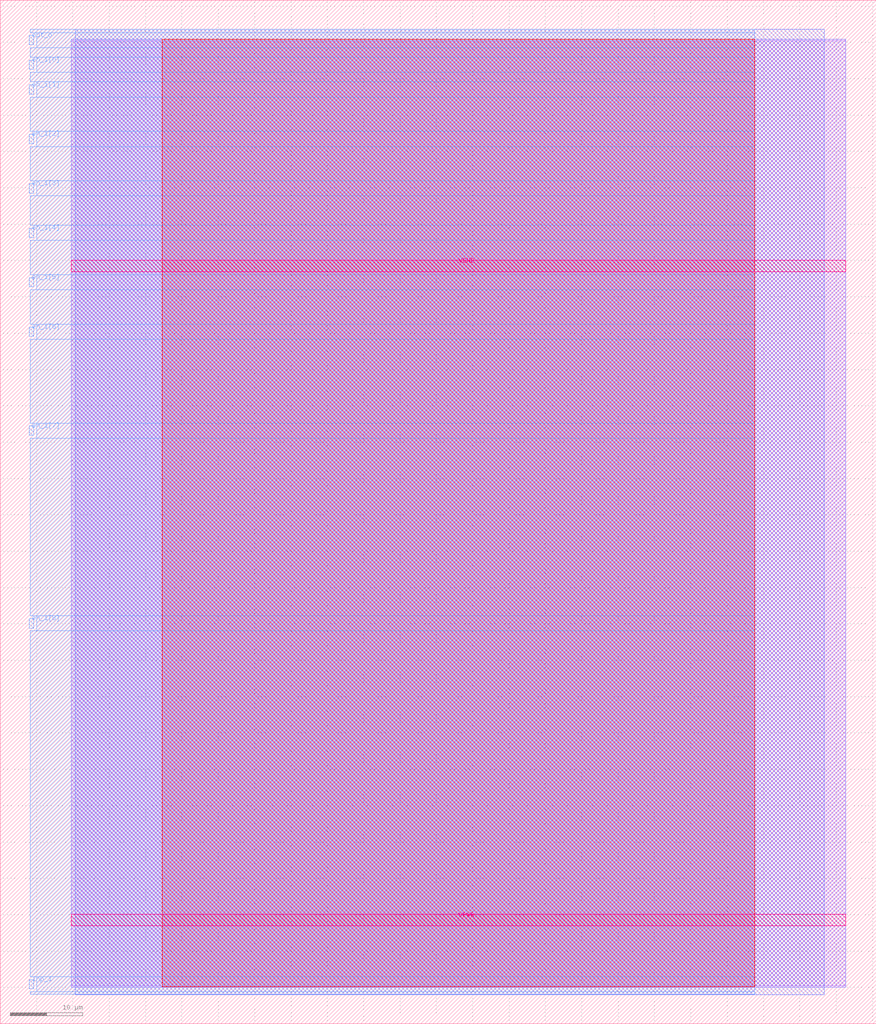
<source format=lef>
VERSION 5.7 ;
  NOWIREEXTENSIONATPIN ON ;
  DIVIDERCHAR "/" ;
  BUSBITCHARS "[]" ;
MACRO delayline_9_hs
  CLASS BLOCK ;
  FOREIGN delayline_9_hs ;
  ORIGIN 0.000 -0.005 ;
  SIZE 120.510 BY 140.830 ;
  PIN inp_i
    DIRECTION INPUT ;
    PORT
      LAYER met3 ;
        RECT 4.000 4.800 4.600 6.080 ;
    END
  END inp_i
  PIN out_o
    DIRECTION OUTPUT TRISTATE ;
    PORT
      LAYER met3 ;
        RECT 4.000 134.680 4.600 135.960 ;
    END
  END out_o
  PIN en_i[8]
    DIRECTION INPUT ;
    PORT
      LAYER met3 ;
        RECT 4.000 54.440 4.600 55.720 ;
    END
  END en_i[8]
  PIN en_i[7]
    DIRECTION INPUT ;
    PORT
      LAYER met3 ;
        RECT 4.000 80.960 4.600 82.240 ;
    END
  END en_i[7]
  PIN en_i[6]
    DIRECTION INPUT ;
    PORT
      LAYER met3 ;
        RECT 4.000 94.560 4.600 95.840 ;
    END
  END en_i[6]
  PIN en_i[5]
    DIRECTION INPUT ;
    PORT
      LAYER met3 ;
        RECT 4.000 101.360 4.600 102.640 ;
    END
  END en_i[5]
  PIN en_i[4]
    DIRECTION INPUT ;
    PORT
      LAYER met3 ;
        RECT 4.000 108.160 4.600 109.440 ;
    END
  END en_i[4]
  PIN en_i[3]
    DIRECTION INPUT ;
    PORT
      LAYER met3 ;
        RECT 4.000 114.280 4.600 115.560 ;
    END
  END en_i[3]
  PIN en_i[2]
    DIRECTION INPUT ;
    PORT
      LAYER met3 ;
        RECT 4.000 121.080 4.600 122.360 ;
    END
  END en_i[2]
  PIN en_i[1]
    DIRECTION INPUT ;
    PORT
      LAYER met3 ;
        RECT 4.000 127.880 4.600 129.160 ;
    END
  END en_i[1]
  PIN en_i[0]
    DIRECTION INPUT ;
    PORT
      LAYER met3 ;
        RECT 4.000 131.280 4.600 132.560 ;
    END
  END en_i[0]
  PIN VPWR
    DIRECTION INPUT ;
    USE POWER ;
    PORT
      LAYER met5 ;
        RECT 9.760 13.460 116.320 15.060 ;
    END
  END VPWR
  PIN VGND
    DIRECTION INPUT ;
    USE GROUND ;
    PORT
      LAYER met5 ;
        RECT 9.760 103.460 116.320 105.060 ;
    END
  END VGND
  OBS
      LAYER li1 ;
        RECT 9.760 5.215 116.320 135.255 ;
      LAYER met1 ;
        RECT 9.760 5.055 116.320 135.415 ;
      LAYER met2 ;
        RECT 10.340 4.005 113.330 136.835 ;
      LAYER met3 ;
        RECT 4.150 136.360 103.800 136.815 ;
        RECT 5.000 134.280 103.800 136.360 ;
        RECT 4.150 132.960 103.800 134.280 ;
        RECT 5.000 130.880 103.800 132.960 ;
        RECT 4.150 129.560 103.800 130.880 ;
        RECT 5.000 127.480 103.800 129.560 ;
        RECT 4.150 122.760 103.800 127.480 ;
        RECT 5.000 120.680 103.800 122.760 ;
        RECT 4.150 115.960 103.800 120.680 ;
        RECT 5.000 113.880 103.800 115.960 ;
        RECT 4.150 109.840 103.800 113.880 ;
        RECT 5.000 107.760 103.800 109.840 ;
        RECT 4.150 103.040 103.800 107.760 ;
        RECT 5.000 100.960 103.800 103.040 ;
        RECT 4.150 96.240 103.800 100.960 ;
        RECT 5.000 94.160 103.800 96.240 ;
        RECT 4.150 82.640 103.800 94.160 ;
        RECT 5.000 80.560 103.800 82.640 ;
        RECT 4.150 56.120 103.800 80.560 ;
        RECT 5.000 54.040 103.800 56.120 ;
        RECT 4.150 6.480 103.800 54.040 ;
        RECT 5.000 4.400 103.800 6.480 ;
        RECT 4.150 4.025 103.800 4.400 ;
      LAYER met4 ;
        RECT 22.280 5.060 103.800 135.410 ;
  END
END delayline_9_hs
END LIBRARY


</source>
